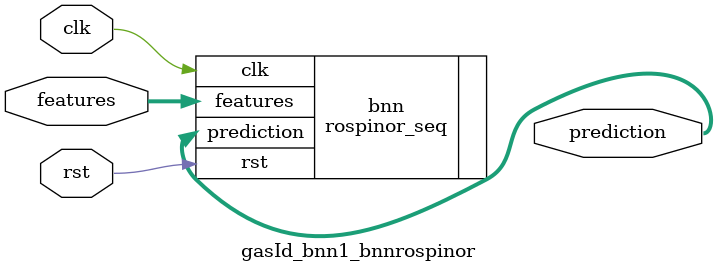
<source format=v>













module gasId_bnn1_bnnrospinor #(

parameter FEAT_CNT = 128,
parameter HIDDEN_CNT = 40,
parameter FEAT_BITS = 4,
parameter CLASS_CNT = 6,
parameter TEST_CNT = 1000


  ) (
  input clk,
  input rst,
  input [FEAT_CNT*FEAT_BITS-1:0] features,
  output [$clog2(CLASS_CNT)-1:0] prediction
  );

  localparam Weights0 = 5120'b01111111110011111101000001110011011111101111111111000000001000000110100000111101000110100111101000001110100011101110001000010100010110010011101011011101010111111011100011001000000111111110010001011100101111000100111110101100001100111011010111000000010000100001111111011111001110001011000001101110111111111011111111111111000111000101001111110010000010101010101011011000001111111001110100111000001100111101011110011011101010011010011100101111100010100100001011100010000100111101001011011010101000000111000100010001011001100010000100000000110000010000010000010110111111011111110100000000110000111111000011110011100101101100001101011111101001011001100010011100010111111001101011110100111110000110101011000010100111100101111010011111011011001001101010010100110000000110000010010010000000001010000101000011001100110110001101000000100110111010011010000000111100000011001010100001111010100101111111111110001000010100010101100101010000011100000110000001111100000111000110100001000000110000000111110011010001011100110100011111101001101101101001101101110110001101110100101111110001001111111111111101001100111111101100001010110110101111000010111001100111110101111110100000101000011100011100000111010000100100010001100000001000000110001000000110000101011010010111101111101011111001000001100010011000001110000000011111010111010010000001100001101111110101111100011111001100111110111101001100001100011011000110011101110111110110000100100001000000010110001011000010001000011100000011110100011000011000000000010011111000111000011110010101110110111001001010011111110111110000100001011000100110110000111100011111101111110111111100111110001000101010101011111011110010101111111111011111100111000111110000111100100111001101100000100000001011111111111111010100110010101110110001101110000110001011010010001100110111110110000101100000111010100010101001110001000000001010111011001111110111100100001001010110000101100110100001010000101011110011111100111110000111111111001000011000110110001101111011111011100000010111100000011010011010001100101100101010101111111010000000111110000111011010111110011101100110000010100101101001101111111101110111011111110100011100110111001111100100001000000101110011100011011011010010000101000110101010101010111111000001101011111010111011100000010111101001101010110111100100001011110101011110011001001000100000001001100010011001101111000101101000010001000010001000101010100110001011111101111011011100001111011001100000100011000001001110100101101001011110001111100111111011101010111000100000000000111110111111101100100101001001100111101000111100100000101100101100101011011111011100000001110011001011011110111110010001000000000011100110100100111011011110000111111110100111101100010010001000000011000001100110001011001100000111101110011011000000111000100001001111001011111101111101010000101110110101100010100011011100110001010000000001101111111011111101000001000000101010101110001000010111001000011000011111110101001101010100010101001000000000011100000011000001000000100010001110011101110101000010000001000000001000010110001011000110110101001010111011001111111110100111010000000001111000001100010101000000111001010010010110100111011111111001010010100111100000100011011101110000001000000101111111011111110101000010010001001101000011011000010100100000101111111101111111100011010101110000110001011101100100011110000111111101101011010010000000000100101011001100111101100000111000001100101111001110101000101010001001000100010101111011000000010000101011000010100110100111010101111100000000000010000101010010111111100010001000101111101111001100111100110100010000101011101001100100110000100000101000010011000101000011111000101001111110000001100001000010001010011010110001011101010010110111100011110000011011100000110001000001011101100111101000001110000001010111110101110110000100111111110000010010000101110000101100100100111010001110011111010000010101011111011111010001110111011111010011110101110110010111001100000111110110101100101010000001111101001111000111110011001100010011110100000010101101000011100000111010111111001111000000000010000001111101110010011101000011110010010011101101111110010000110000001000001111100110001000011100000110001101001101111010000010100000110000110100011100110110011100111100110110000111010111111001110011111100011011010001100011011100110000100000110101111111111111011001001001011101010010101010100000010010101000101010001101001111011000011010010110000111001000010100111100100111000100000011010011100011010001000011000101110111011101010111011101010111011000010001100101011011111111010001110100011000111000001011111111111111000111100011001011111100010011010011000011110100110111110011111110000110001111111111110100010111011001110101111110100001111100001011001010011011110110111001110100111111101011110110001110000000110010110110110110100000111000001010011000001111001000011000010111000101000011111110001011100000000011110001111101010111110000011011100011111000010111111001111100001110011110110000000001000000010011010111101110011010101010000111111111111111000000000010011011010101101000001111111110011011111000010110000111011111000111110000011001101011000011111001111001010001111000000101111100111011 ;
  localparam Weights1 = 240'b001101100010110011101111111110000101100100111011101110001100100011010110111110010011010000101000111011101111100011011101110101110110000001111111010010111010101110110110000010000111110101011111100011100111010010101100110110001100101001011011 ;

  rospinor_seq #(.FEAT_CNT(FEAT_CNT),.FEAT_BITS(FEAT_BITS),.HIDDEN_CNT(HIDDEN_CNT),.CLASS_CNT(CLASS_CNT),.Weights0(Weights0),.Weights1(Weights1)) bnn (
    .clk(clk),
    .rst(rst),
    .features(features),
    .prediction(prediction)
  );

endmodule

</source>
